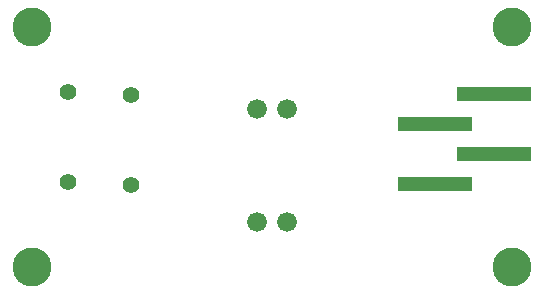
<source format=gtl>
G04 (created by PCBNEW (2013-feb-26)-testing) date Fri 08 Mar 2013 03:50:30 PM PST*
%MOIN*%
G04 Gerber Fmt 3.4, Leading zero omitted, Abs format*
%FSLAX34Y34*%
G01*
G70*
G90*
G04 APERTURE LIST*
%ADD10C,2.3622e-06*%
%ADD11C,0.13*%
%ADD12R,0.25X0.05*%
%ADD13C,0.066*%
%ADD14C,0.055*%
G04 APERTURE END LIST*
G54D10*
G54D11*
X31000Y-21000D03*
X31000Y-29000D03*
X47000Y-29000D03*
X47000Y-21000D03*
G54D12*
X44402Y-26250D03*
X46398Y-25250D03*
X44402Y-24250D03*
X46398Y-23250D03*
G54D13*
X39500Y-23750D03*
X38500Y-23750D03*
G54D14*
X32200Y-26180D03*
X32200Y-23180D03*
X34270Y-26280D03*
X34270Y-23280D03*
G54D13*
X39500Y-27500D03*
X38500Y-27500D03*
M02*

</source>
